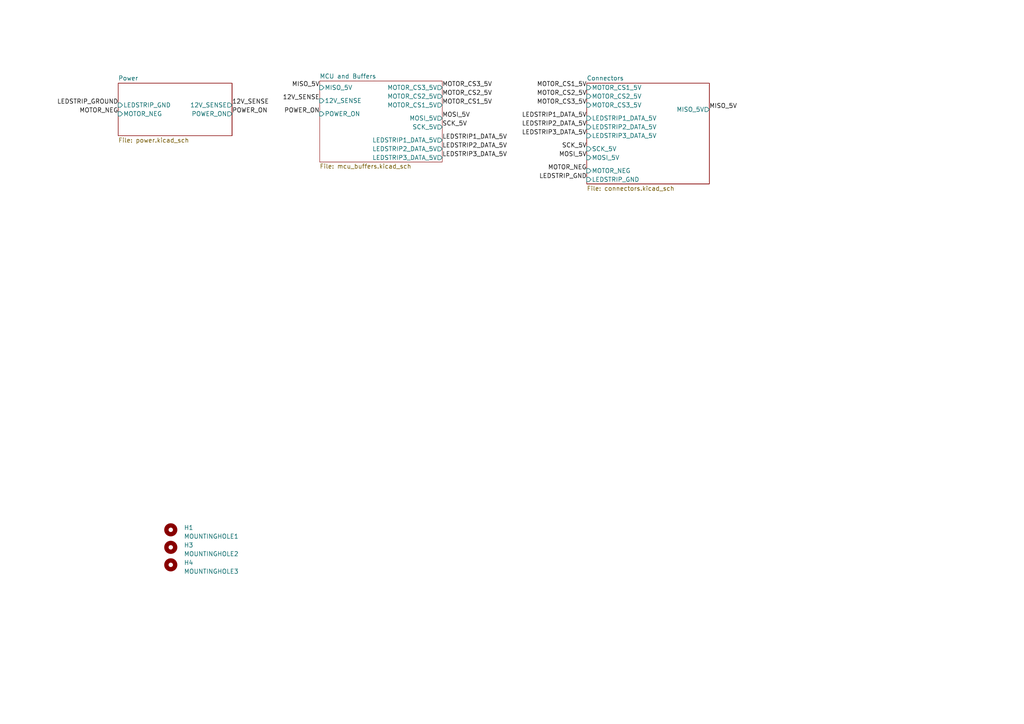
<source format=kicad_sch>
(kicad_sch (version 20211123) (generator eeschema)
  (paper "A4")
  (lib_symbols
    (symbol "Mechanical:MountingHole" (pin_names (offset 1.016))
      (property "Reference" "H" (at 0 5.08 0))
      (property "Value" "MountingHole" (at 0 3.175 0))
      (symbol "MountingHole_0_1"
        (circle (center 0 0) (radius 1.27) (stroke (width 1.27)))
      )
    )
  )
  (label "LEDSTRIP2_DATA_5V" (at 170.18 36.83 180))
  (label "LEDSTRIP_GROUND" (at 34.29 30.48 180))
  (label "SCK_5V" (at 170.18 43.18 180))
  (label "MOTOR_CS1_5V" (at 128.27 30.48 0))
  (label "SCK_5V" (at 128.27 36.83 0))
  (label "MOTOR_CS3_5V" (at 170.18 30.48 180))
  (label "MOTOR_CS1_5V" (at 170.18 25.4 180))
  (label "MOSI_5V" (at 128.27 34.29 0))
  (label "POWER_ON" (at 92.71 33.02 180))
  (label "LEDSTRIP2_DATA_5V" (at 128.27 43.18 0))
  (label "LEDSTRIP1_DATA_5V" (at 170.18 34.29 180))
  (label "MISO_5V" (at 205.74 31.75 0))
  (label "LEDSTRIP3_DATA_5V" (at 170.18 39.37 180))
  (label "LEDSTRIP3_DATA_5V" (at 128.27 45.72 0))
  (label "MOTOR_NEG" (at 34.29 33.02 180))
  (label "LEDSTRIP_GND" (at 170.18 52.07 180))
  (label "12V_SENSE" (at 67.31 30.48 0))
  (label "12V_SENSE" (at 92.71 29.21 180))
  (label "MOSI_5V" (at 170.18 45.72 180))
  (label "POWER_ON" (at 67.31 33.02 0))
  (label "LEDSTRIP1_DATA_5V" (at 128.27 40.64 0))
  (label "MISO_5V" (at 92.71 25.4 180))
  (label "MOTOR_CS3_5V" (at 128.27 25.4 0))
  (label "MOTOR_NEG" (at 170.18 49.53 180))
  (label "MOTOR_CS2_5V" (at 128.27 27.94 0))
  (label "MOTOR_CS2_5V" (at 170.18 27.94 180))
  (symbol (lib_id "Mechanical:MountingHole") (at 49.53 153.67 90) (unit 1)
    (property "Reference" "H1" (at 53.34 153.0349 90) (effects (justify right)))
    (property "Value" "MOUNTINGHOLE1" (at 53.34 155.5749 90) (effects (justify right)))
    (property "Footprint" "custom:MountingHole_3.3mm" (effects hide))
  )
  (symbol (lib_id "Mechanical:MountingHole") (at 49.53 163.83 90) (unit 1)
    (property "Reference" "H4" (at 53.34 163.1949 90) (effects (justify right)))
    (property "Value" "MOUNTINGHOLE3" (at 53.34 165.7349 90) (effects (justify right)))
    (property "Footprint" "custom:MountingHole_3.3mm" (effects hide))
  )
  (symbol (lib_id "Mechanical:MountingHole") (at 49.53 158.75 90) (unit 1)
    (property "Reference" "H3" (at 53.34 158.1149 90) (effects (justify right)))
    (property "Value" "MOUNTINGHOLE2" (at 53.34 160.6549 90) (effects (justify right)))
    (property "Footprint" "custom:MountingHole_3.3mm" (effects hide))
  )
  (sheet (at 34.29 24.13) (size 33.02 15.24) (stroke (width 0.1524))
    (property "Sheet name" "Power" (at 34.29 23.4184 0) (effects (justify left bottom)))
    (property "Sheet file" "power.kicad_sch" (at 34.29 39.9546 0) (effects (justify left top)))
    (pin "12V_SENSE" output (at 67.31 30.48 0))
    (pin "LEDSTRIP_GND" input (at 34.29 30.48 180))
    (pin "MOTOR_NEG" input (at 34.29 33.02 180))
    (pin "POWER_ON" output (at 67.31 33.02 0))
  )
  (sheet (at 170.18 24.13) (size 35.56 29.21) (stroke (width 0.1524))
    (property "Sheet name" "Connectors" (at 170.18 23.4184 0) (effects (justify left bottom)))
    (property "Sheet file" "connectors.kicad_sch" (at 170.18 53.9246 0) (effects (justify left top)))
    (pin "MOTOR_CS3_5V" input (at 170.18 30.48 180))
    (pin "MOTOR_CS1_5V" input (at 170.18 25.4 180))
    (pin "MISO_5V" output (at 205.74 31.75 0))
    (pin "SCK_5V" input (at 170.18 43.18 180))
    (pin "MOSI_5V" input (at 170.18 45.72 180))
    (pin "MOTOR_NEG" input (at 170.18 49.53 180))
    (pin "MOTOR_CS2_5V" input (at 170.18 27.94 180))
    (pin "LEDSTRIP3_DATA_5V" input (at 170.18 39.37 180))
    (pin "LEDSTRIP_GND" input (at 170.18 52.07 180))
    (pin "LEDSTRIP1_DATA_5V" input (at 170.18 34.29 180))
    (pin "LEDSTRIP2_DATA_5V" input (at 170.18 36.83 180))
  )
  (sheet (at 92.71 23.495) (size 35.56 23.495) (stroke (width 0.0006))
    (property "Sheet name" "MCU and Buffers" (at 92.71 22.8593 0) (effects (justify left bottom)))
    (property "Sheet file" "mcu_buffers.kicad_sch" (at 92.71 47.4987 0) (effects (justify left top)))
    (pin "MOTOR_CS3_5V" output (at 128.27 25.4 0))
    (pin "MOTOR_CS2_5V" output (at 128.27 27.94 0))
    (pin "MOTOR_CS1_5V" output (at 128.27 30.48 0))
    (pin "MOSI_5V" output (at 128.27 34.29 0))
    (pin "SCK_5V" output (at 128.27 36.83 0))
    (pin "12V_SENSE" input (at 92.71 29.21 180))
    (pin "LEDSTRIP1_DATA_5V" output (at 128.27 40.64 0))
    (pin "LEDSTRIP2_DATA_5V" output (at 128.27 43.18 0))
    (pin "LEDSTRIP3_DATA_5V" output (at 128.27 45.72 0))
    (pin "POWER_ON" input (at 92.71 33.02 180))
    (pin "MISO_5V" input (at 92.71 25.4 180))
  )
)
</source>
